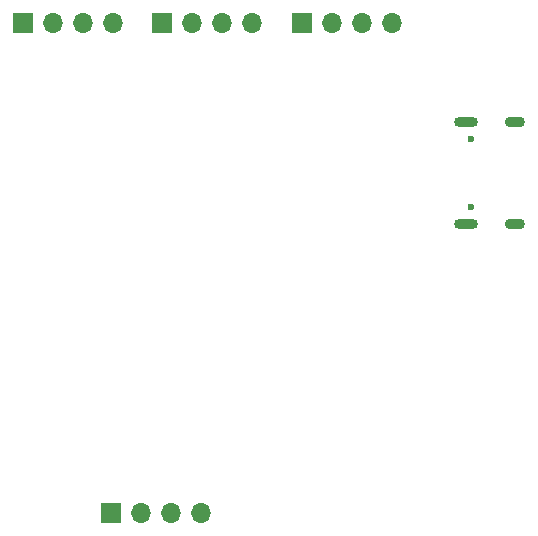
<source format=gbr>
%TF.GenerationSoftware,KiCad,Pcbnew,(6.0.4)*%
%TF.CreationDate,2023-01-30T14:26:25+01:00*%
%TF.ProjectId,Apollo - DSP,41706f6c-6c6f-4202-9d20-4453502e6b69,rev?*%
%TF.SameCoordinates,Original*%
%TF.FileFunction,Soldermask,Bot*%
%TF.FilePolarity,Negative*%
%FSLAX46Y46*%
G04 Gerber Fmt 4.6, Leading zero omitted, Abs format (unit mm)*
G04 Created by KiCad (PCBNEW (6.0.4)) date 2023-01-30 14:26:25*
%MOMM*%
%LPD*%
G01*
G04 APERTURE LIST*
%ADD10C,0.600000*%
%ADD11O,1.700000X0.900000*%
%ADD12O,2.000000X0.900000*%
%ADD13R,1.700000X1.700000*%
%ADD14O,1.700000X1.700000*%
G04 APERTURE END LIST*
D10*
%TO.C,J1*%
X117075000Y-90910000D03*
X117075000Y-96690000D03*
D11*
X120765000Y-89480000D03*
D12*
X116595000Y-89480000D03*
D11*
X120765000Y-98120000D03*
D12*
X116595000Y-98120000D03*
%TD*%
D13*
%TO.C,J5*%
X102700000Y-81100000D03*
D14*
X105240000Y-81100000D03*
X107780000Y-81100000D03*
X110320000Y-81100000D03*
%TD*%
D13*
%TO.C,J6*%
X86600000Y-122600000D03*
D14*
X89140000Y-122600000D03*
X91680000Y-122600000D03*
X94220000Y-122600000D03*
%TD*%
D13*
%TO.C,J4*%
X90920000Y-81100000D03*
D14*
X93460000Y-81100000D03*
X96000000Y-81100000D03*
X98540000Y-81100000D03*
%TD*%
D13*
%TO.C,J2*%
X79100000Y-81100000D03*
D14*
X81640000Y-81100000D03*
X84180000Y-81100000D03*
X86720000Y-81100000D03*
%TD*%
M02*

</source>
